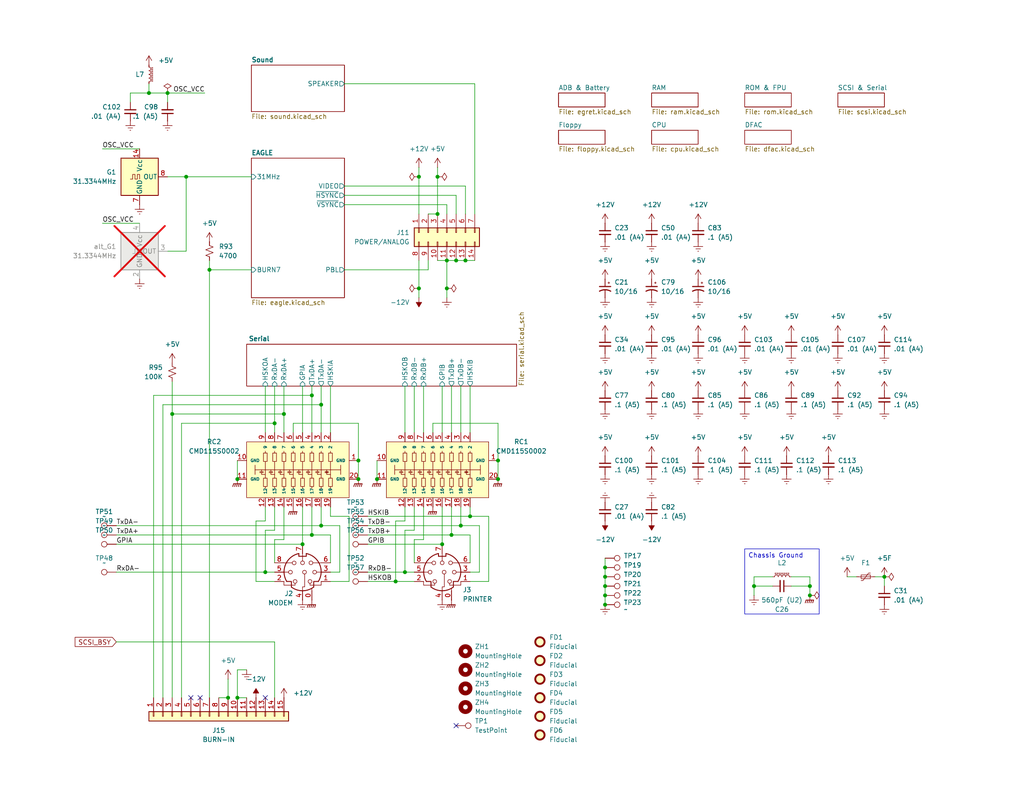
<source format=kicad_sch>
(kicad_sch (version 20250114) (generator "eeschema") (generator_version "9.0")
  (paper "USLetter")
  (title_block (title "Macintosh Classic II") (date "2025-05-25") (company "Apple Computer") (comment 1 "drawn by Bradley Bell"))
  (text_box "Chassis Ground" (at 203.2 149.86 0) (size 20.32 17.78) (margins 0.9525 0.9525 0.9525 0.9525) (effects (font (size 1.27 1.27)) (justify left top)))
  (junction (at 123.19 146.05))
  (junction (at 85.09 107.95))
  (junction (at 127 71.12))
  (junction (at 121.92 71.12))
  (junction (at 87.63 143.51))
  (junction (at 165.1 162.56))
  (junction (at 74.93 115.57))
  (junction (at 124.46 71.12))
  (junction (at 102.87 130.81))
  (junction (at 45.72 25.4))
  (junction (at 64.77 190.5))
  (junction (at 119.38 48.26))
  (junction (at 77.47 113.03))
  (junction (at 205.74 160.02))
  (junction (at 128.27 140.97))
  (junction (at 85.09 146.05))
  (junction (at 135.89 125.73))
  (junction (at 97.79 125.73))
  (junction (at 107.95 158.75))
  (junction (at 82.55 148.59))
  (junction (at 241.3 157.48))
  (junction (at 46.99 113.03))
  (junction (at 72.39 156.21))
  (junction (at 87.63 110.49))
  (junction (at 110.49 156.21))
  (junction (at 220.98 162.56))
  (junction (at 62.23 190.5))
  (junction (at 114.3 78.74))
  (junction (at 165.1 160.02))
  (junction (at 50.8 48.26))
  (junction (at 165.1 157.48))
  (junction (at 121.92 78.74))
  (junction (at 135.89 130.81))
  (junction (at 64.77 130.81))
  (junction (at 165.1 154.94))
  (junction (at 220.98 160.02))
  (junction (at 119.38 58.42))
  (junction (at 114.3 48.26))
  (junction (at 40.64 25.4))
  (junction (at 165.1 165.1))
  (junction (at 97.79 130.81))
  (junction (at 57.15 73.66))
  (junction (at 120.65 148.59))
  (junction (at 125.73 143.51))
  (no_connect (at 124.46 198.12))
  (no_connect (at 52.07 190.5))
  (no_connect (at 54.61 190.5))
  (no_connect (at 72.39 190.5))
  (wire (pts (xy 125.73 143.51) (xy 125.73 138.43)))
  (wire (pts (xy 90.17 146.05) (xy 85.09 146.05)))
  (wire (pts (xy 113.03 144.78) (xy 113.03 138.43)))
  (wire (pts (xy 64.77 182.88) (xy 64.77 190.5)))
  (wire (pts (xy 50.8 48.26) (xy 68.58 48.26)))
  (wire (pts (xy 121.92 55.88) (xy 121.92 58.42)))
  (wire (pts (xy 115.57 105.41) (xy 115.57 118.11)))
  (wire (pts (xy 72.39 142.24) (xy 72.39 138.43)))
  (wire (pts (xy 110.49 144.78) (xy 110.49 156.21)))
  (wire (pts (xy 41.91 107.95) (xy 41.91 190.5)))
  (wire (pts (xy 64.77 125.73) (xy 64.77 130.81)))
  (wire (pts (xy 95.25 158.75) (xy 95.25 140.97)))
  (wire (pts (xy 114.3 48.26) (xy 114.3 58.42)))
  (wire (pts (xy 27.94 40.64) (xy 38.1 40.64)))
  (wire (pts (xy 123.19 146.05) (xy 123.19 138.43)))
  (wire (pts (xy 113.03 147.32) (xy 115.57 147.32)))
  (wire (pts (xy 128.27 158.75) (xy 133.35 158.75)))
  (wire (pts (xy 114.3 45.72) (xy 114.3 48.26)))
  (wire (pts (xy 107.95 158.75) (xy 113.03 158.75)))
  (wire (pts (xy 100.33 156.21) (xy 110.49 156.21)))
  (wire (pts (xy 124.46 71.12) (xy 127 71.12)))
  (wire (pts (xy 74.93 175.26) (xy 74.93 190.5)))
  (wire (pts (xy 128.27 105.41) (xy 128.27 118.11)))
  (wire (pts (xy 135.89 115.57) (xy 135.89 125.73)))
  (wire (pts (xy 57.15 71.12) (xy 57.15 73.66)))
  (wire (pts (xy 107.95 142.24) (xy 110.49 142.24)))
  (wire (pts (xy 128.27 153.67) (xy 128.27 146.05)))
  (wire (pts (xy 238.76 157.48) (xy 241.3 157.48)))
  (wire (pts (xy 205.74 157.48) (xy 210.82 157.48)))
  (wire (pts (xy 116.84 73.66) (xy 116.84 71.12)))
  (wire (pts (xy 27.94 60.96) (xy 38.1 60.96)))
  (wire (pts (xy 120.65 105.41) (xy 120.65 118.11)))
  (wire (pts (xy 93.98 53.34) (xy 124.46 53.34)))
  (wire (pts (xy 57.15 73.66) (xy 57.15 190.5)))
  (wire (pts (xy 118.11 115.57) (xy 135.89 115.57)))
  (wire (pts (xy 165.1 160.02) (xy 165.1 157.48)))
  (wire (pts (xy 55.88 25.4) (xy 45.72 25.4)))
  (wire (pts (xy 118.11 118.11) (xy 118.11 115.57)))
  (wire (pts (xy 128.27 156.21) (xy 130.81 156.21)))
  (wire (pts (xy 124.46 53.34) (xy 124.46 58.42)))
  (wire (pts (xy 95.25 140.97) (xy 90.17 140.97)))
  (wire (pts (xy 128.27 146.05) (xy 123.19 146.05)))
  (wire (pts (xy 40.64 25.4) (xy 40.64 22.86)))
  (wire (pts (xy 115.57 147.32) (xy 115.57 138.43)))
  (wire (pts (xy 135.89 125.73) (xy 135.89 130.81)))
  (wire (pts (xy 45.72 48.26) (xy 50.8 48.26)))
  (wire (pts (xy 77.47 105.41) (xy 77.47 113.03)))
  (wire (pts (xy 45.72 68.58) (xy 50.8 68.58)))
  (wire (pts (xy 100.33 158.75) (xy 107.95 158.75)))
  (wire (pts (xy 220.98 160.02) (xy 220.98 162.56)))
  (wire (pts (xy 110.49 142.24) (xy 110.49 138.43)))
  (wire (pts (xy 31.75 143.51) (xy 87.63 143.51)))
  (wire (pts (xy 133.35 158.75) (xy 133.35 140.97)))
  (wire (pts (xy 119.38 48.26) (xy 119.38 58.42)))
  (wire (pts (xy 85.09 107.95) (xy 85.09 118.11)))
  (wire (pts (xy 49.53 115.57) (xy 74.93 115.57)))
  (wire (pts (xy 90.17 158.75) (xy 95.25 158.75)))
  (wire (pts (xy 72.39 156.21) (xy 74.93 156.21)))
  (wire (pts (xy 80.01 115.57) (xy 97.79 115.57)))
  (wire (pts (xy 46.99 104.14) (xy 46.99 113.03)))
  (wire (pts (xy 85.09 105.41) (xy 85.09 107.95)))
  (wire (pts (xy 69.85 142.24) (xy 69.85 158.75)))
  (wire (pts (xy 133.35 140.97) (xy 128.27 140.97)))
  (wire (pts (xy 87.63 105.41) (xy 87.63 110.49)))
  (wire (pts (xy 62.23 185.42) (xy 62.23 190.5)))
  (wire (pts (xy 93.98 73.66) (xy 116.84 73.66)))
  (wire (pts (xy 205.74 157.48) (xy 205.74 160.02)))
  (wire (pts (xy 77.47 147.32) (xy 77.47 138.43)))
  (wire (pts (xy 87.63 110.49) (xy 87.63 118.11)))
  (wire (pts (xy 72.39 144.78) (xy 72.39 156.21)))
  (wire (pts (xy 241.3 160.02) (xy 241.3 157.48)))
  (wire (pts (xy 93.98 50.8) (xy 127 50.8)))
  (wire (pts (xy 46.99 113.03) (xy 46.99 190.5)))
  (wire (pts (xy 100.33 140.97) (xy 128.27 140.97)))
  (wire (pts (xy 165.1 162.56) (xy 165.1 160.02)))
  (wire (pts (xy 97.79 125.73) (xy 97.79 130.81)))
  (wire (pts (xy 121.92 71.12) (xy 124.46 71.12)))
  (wire (pts (xy 165.1 154.94) (xy 165.1 152.4)))
  (wire (pts (xy 72.39 144.78) (xy 74.93 144.78)))
  (wire (pts (xy 205.74 160.02) (xy 210.82 160.02)))
  (wire (pts (xy 35.56 25.4) (xy 40.64 25.4)))
  (wire (pts (xy 46.99 113.03) (xy 77.47 113.03)))
  (wire (pts (xy 205.74 160.02) (xy 205.74 162.56)))
  (wire (pts (xy 90.17 153.67) (xy 90.17 146.05)))
  (wire (pts (xy 113.03 153.67) (xy 113.03 147.32)))
  (wire (pts (xy 77.47 113.03) (xy 77.47 118.11)))
  (wire (pts (xy 93.98 55.88) (xy 121.92 55.88)))
  (wire (pts (xy 121.92 71.12) (xy 119.38 71.12)))
  (wire (pts (xy 62.23 190.5) (xy 59.69 190.5)))
  (wire (pts (xy 119.38 45.72) (xy 119.38 48.26)))
  (wire (pts (xy 231.14 157.48) (xy 233.68 157.48)))
  (wire (pts (xy 121.92 71.12) (xy 121.92 78.74)))
  (wire (pts (xy 44.45 110.49) (xy 44.45 190.5)))
  (wire (pts (xy 220.98 157.48) (xy 220.98 160.02)))
  (wire (pts (xy 114.3 81.28) (xy 114.3 78.74)))
  (wire (pts (xy 165.1 157.48) (xy 165.1 154.94)))
  (wire (pts (xy 113.03 105.41) (xy 113.03 118.11)))
  (wire (pts (xy 72.39 105.41) (xy 72.39 118.11)))
  (wire (pts (xy 74.93 115.57) (xy 74.93 118.11)))
  (wire (pts (xy 93.98 22.86) (xy 129.54 22.86)))
  (wire (pts (xy 50.8 68.58) (xy 50.8 48.26)))
  (wire (pts (xy 35.56 25.4) (xy 35.56 27.94)))
  (wire (pts (xy 49.53 115.57) (xy 49.53 190.5)))
  (wire (pts (xy 67.31 182.88) (xy 64.77 182.88)))
  (wire (pts (xy 129.54 22.86) (xy 129.54 58.42)))
  (wire (pts (xy 69.85 158.75) (xy 74.93 158.75)))
  (wire (pts (xy 64.77 190.5) (xy 67.31 190.5)))
  (wire (pts (xy 74.93 147.32) (xy 77.47 147.32)))
  (wire (pts (xy 90.17 156.21) (xy 92.71 156.21)))
  (wire (pts (xy 74.93 105.41) (xy 74.93 115.57)))
  (wire (pts (xy 90.17 140.97) (xy 90.17 138.43)))
  (wire (pts (xy 110.49 144.78) (xy 113.03 144.78)))
  (wire (pts (xy 97.79 115.57) (xy 97.79 125.73)))
  (wire (pts (xy 110.49 105.41) (xy 110.49 118.11)))
  (wire (pts (xy 68.58 73.66) (xy 57.15 73.66)))
  (wire (pts (xy 220.98 160.02) (xy 215.9 160.02)))
  (wire (pts (xy 102.87 125.73) (xy 102.87 130.81)))
  (wire (pts (xy 85.09 146.05) (xy 85.09 138.43)))
  (wire (pts (xy 120.65 148.59) (xy 120.65 138.43)))
  (wire (pts (xy 114.3 78.74) (xy 114.3 71.12)))
  (wire (pts (xy 74.93 144.78) (xy 74.93 138.43)))
  (wire (pts (xy 82.55 105.41) (xy 82.55 118.11)))
  (wire (pts (xy 123.19 105.41) (xy 123.19 118.11)))
  (wire (pts (xy 127 50.8) (xy 127 58.42)))
  (wire (pts (xy 119.38 58.42) (xy 116.84 58.42)))
  (wire (pts (xy 220.98 157.48) (xy 215.9 157.48)))
  (wire (pts (xy 130.81 156.21) (xy 130.81 143.51)))
  (wire (pts (xy 107.95 142.24) (xy 107.95 158.75)))
  (wire (pts (xy 128.27 140.97) (xy 128.27 138.43)))
  (wire (pts (xy 80.01 118.11) (xy 80.01 115.57)))
  (wire (pts (xy 100.33 146.05) (xy 123.19 146.05)))
  (wire (pts (xy 31.75 175.26) (xy 74.93 175.26)))
  (wire (pts (xy 74.93 153.67) (xy 74.93 147.32)))
  (wire (pts (xy 44.45 110.49) (xy 87.63 110.49)))
  (wire (pts (xy 45.72 27.94) (xy 45.72 25.4)))
  (wire (pts (xy 82.55 148.59) (xy 82.55 138.43)))
  (wire (pts (xy 31.75 148.59) (xy 82.55 148.59)))
  (wire (pts (xy 165.1 165.1) (xy 165.1 162.56)))
  (wire (pts (xy 110.49 156.21) (xy 113.03 156.21)))
  (wire (pts (xy 125.73 105.41) (xy 125.73 118.11)))
  (wire (pts (xy 90.17 105.41) (xy 90.17 118.11)))
  (wire (pts (xy 127 71.12) (xy 129.54 71.12)))
  (wire (pts (xy 69.85 142.24) (xy 72.39 142.24)))
  (wire (pts (xy 31.75 156.21) (xy 72.39 156.21)))
  (wire (pts (xy 31.75 146.05) (xy 85.09 146.05)))
  (wire (pts (xy 40.64 25.4) (xy 45.72 25.4)))
  (wire (pts (xy 92.71 156.21) (xy 92.71 143.51)))
  (wire (pts (xy 121.92 78.74) (xy 121.92 81.28)))
  (wire (pts (xy 41.91 107.95) (xy 85.09 107.95)))
  (wire (pts (xy 100.33 143.51) (xy 125.73 143.51)))
  (wire (pts (xy 87.63 143.51) (xy 87.63 138.43)))
  (wire (pts (xy 130.81 143.51) (xy 125.73 143.51)))
  (wire (pts (xy 100.33 148.59) (xy 120.65 148.59)))
  (wire (pts (xy 92.71 143.51) (xy 87.63 143.51)))
  (label "TxDA-" (at 31.75 143.51 0))
  (label "RxDB-" (at 100.33 156.21 0))
  (label "OSC_VCC" (at 27.94 40.64 0))
  (label "GPIB" (at 100.33 148.59 0))
  (label "TxDB-" (at 100.33 143.51 0))
  (label "HSKIB" (at 100.33 140.97 0))
  (label "OSC_VCC" (at 55.88 25.4 180))
  (label "HSKOB" (at 100.33 158.75 0))
  (label "TxDB+" (at 100.33 146.05 0))
  (label "OSC_VCC" (at 27.94 60.96 0))
  (label "TxDA+" (at 31.75 146.05 0))
  (label "RxDA-" (at 31.75 156.21 0))
  (label "GPIA" (at 31.75 148.59 0))
  (global_label "SCSI_BSY" (shape input) (at 31.75 175.26 180) (property "Intersheetrefs" "${INTERSHEET_REFS}" (at 19.9353 175.26 0) (effects (justify right))))
  (symbol (lib_id "power:GNDREF") (at 38.1 55.88 0) (unit 1)
    (property "Reference" "#PWR073" (effects (hide yes)))
    (property "Value" "GND" (effects (hide yes)))
    (property "Description" "Power symbol creates a global label with name \"GNDREF\" , reference supply ground" (effects (hide yes)))
  )
  (symbol (lib_id "Connector:TestPoint") (at 31.75 143.51 90) (unit 1)
    (property "Reference" "TP51" (at 28.448 139.7 90))
    (property "Value" "~" (at 28.448 140.97 90))
    (property "Footprint" "TestPoint:TestPoint_THTPad_D1.0mm_Drill0.5mm" (effects (hide yes)))
    (property "Description" "test point" (effects (hide yes)))
  )
  (symbol (lib_id "Device:C_Small") (at 190.5 109.22 0) (unit 1)
    (property "Reference" "C85" (at 193.04 107.9562 0) (effects (justify left)))
    (property "Value" ".1 (A5)" (at 193.04 110.4962 0) (effects (justify left)))
    (property "Footprint" "MyPackage:SMD_0603_1608Metric_Pad1.52x1.02mm" (effects (hide yes)))
    (property "Description" "Unpolarized capacitor, small symbol" (effects (hide yes)))
  )
  (symbol (lib_id "power:GNDREF") (at 215.9 96.52 0) (unit 1)
    (property "Reference" "#PWR0279" (effects (hide yes)))
    (property "Value" "GND" (effects (hide yes)))
    (property "Description" "Power symbol creates a global label with name \"GNDREF\" , reference supply ground" (effects (hide yes)))
  )
  (symbol (lib_id "Connector:TestPoint") (at 100.33 158.75 90) (unit 1)
    (property "Reference" "TP57" (at 97.028 154.94 90))
    (property "Value" "~" (at 97.028 156.21 90))
    (property "Footprint" "TestPoint:TestPoint_THTPad_D1.0mm_Drill0.5mm" (effects (hide yes)))
    (property "Description" "test point" (effects (hide yes)))
  )
  (symbol (lib_id "power:GNDREF") (at 203.2 129.54 0) (unit 1)
    (property "Reference" "#PWR097" (effects (hide yes)))
    (property "Value" "GND" (effects (hide yes)))
    (property "Description" "Power symbol creates a global label with name \"GNDREF\" , reference supply ground" (effects (hide yes)))
  )
  (symbol (lib_id "Device:R_Small_US") (at 46.99 101.6 0) (unit 1)
    (property "Reference" "R95" (at 44.45 100.3299 0) (effects (justify right)))
    (property "Value" "100K" (at 44.45 102.8699 0) (effects (justify right)))
    (property "Footprint" "MyPackage:SMD_0805_2012Metric_Pad1.25x1.65mm" (effects (hide yes)))
    (property "Description" "Resistor, small US symbol" (effects (hide yes)))
  )
  (symbol (lib_id "power:GNDREF") (at 241.3 165.1 0) (unit 1)
    (property "Reference" "#PWR0262" (effects (hide yes)))
    (property "Value" "GND" (effects (hide yes)))
    (property "Description" "Power symbol creates a global label with name \"GNDREF\" , reference supply ground" (effects (hide yes)))
  )
  (symbol (lib_id "power:GNDPWR") (at 85.09 163.83 0) (unit 1)
    (property "Reference" "#PWR0180" (effects (hide yes)))
    (property "Value" "GNDPWR" (effects (hide yes)))
    (property "Description" "Power symbol creates a global label with name \"GNDPWR\" , global ground" (effects (hide yes)))
  )
  (symbol (lib_id "power:GNDREF") (at 38.1 76.2 0) (unit 1)
    (property "Reference" "#PWR0128" (effects (hide yes)))
    (property "Value" "GND" (effects (hide yes)))
    (property "Description" "Power symbol creates a global label with name \"GNDREF\" , reference supply ground" (effects (hide yes)))
  )
  (symbol (lib_id "Connector:TestPoint") (at 165.1 165.1 270) (unit 1)
    (property "Reference" "TP23" (at 170.18 164.4649 90) (effects (justify left)))
    (property "Value" "~" (at 170.18 166.37 90) (effects (justify left)))
    (property "Footprint" "TestPoint:TestPoint_THTPad_D1.0mm_Drill0.5mm" (effects (hide yes)))
    (property "Description" "test point" (effects (hide yes)))
  )
  (symbol (lib_id "Device:C_Small") (at 177.8 109.22 0) (unit 1)
    (property "Reference" "C80" (at 180.34 107.9562 0) (effects (justify left)))
    (property "Value" ".1 (A5)" (at 180.34 110.4962 0) (effects (justify left)))
    (property "Footprint" "MyPackage:SMD_0603_1608Metric_Pad1.52x1.02mm" (effects (hide yes)))
    (property "Description" "Unpolarized capacitor, small symbol" (effects (hide yes)))
  )
  (symbol (lib_id "Connector:TestPoint") (at 165.1 162.56 270) (unit 1)
    (property "Reference" "TP22" (at 170.18 161.9249 90) (effects (justify left)))
    (property "Value" "~" (at 170.18 163.83 90) (effects (justify left)))
    (property "Footprint" "TestPoint:TestPoint_THTPad_D1.0mm_Drill0.5mm" (effects (hide yes)))
    (property "Description" "test point" (effects (hide yes)))
  )
  (symbol (lib_id "Device:C_Small") (at 228.6 109.22 0) (unit 1)
    (property "Reference" "C92" (at 231.14 107.9562 0) (effects (justify left)))
    (property "Value" ".1 (A5)" (at 231.14 110.4962 0) (effects (justify left)))
    (property "Footprint" "MyPackage:SMD_0603_1608Metric_Pad1.52x1.02mm" (effects (hide yes)))
    (property "Description" "Unpolarized capacitor, small symbol" (effects (hide yes)))
  )
  (symbol (lib_id "power:PWR_FLAG") (at 114.3 78.74 90) (unit 1)
    (property "Reference" "#FLG03" (effects (hide yes)))
    (property "Value" "PWR_FLAG" (effects (hide yes)))
    (property "Description" "Special symbol for telling ERC where power comes from" (effects (hide yes)))
  )
  (symbol (lib_id "power:GNDREF") (at 165.1 81.28 0) (unit 1)
    (property "Reference" "#PWR0286" (effects (hide yes)))
    (property "Value" "GND" (effects (hide yes)))
    (property "Description" "Power symbol creates a global label with name \"GNDREF\" , reference supply ground" (effects (hide yes)))
  )
  (symbol (lib_id "power:GNDREF") (at 203.2 96.52 0) (unit 1)
    (property "Reference" "#PWR0275" (effects (hide yes)))
    (property "Value" "GND" (effects (hide yes)))
    (property "Description" "Power symbol creates a global label with name \"GNDREF\" , reference supply ground" (effects (hide yes)))
  )
  (symbol (lib_id "power:+5V") (at 190.5 106.68 0) (unit 1)
    (property "Reference" "#PWR0256" (effects (hide yes)))
    (property "Value" "+5V" (at 190.5 101.6 0))
    (property "Description" "Power symbol creates a global label with name \"+5V\"" (effects (hide yes)))
  )
  (symbol (lib_id "power:GNDREF") (at 165.1 137.16 0) (mirror x) (unit 1)
    (property "Reference" "#PWR089" (effects (hide yes)))
    (property "Value" "GND" (effects (hide yes)))
    (property "Description" "Power symbol creates a global label with name \"GNDREF\" , reference supply ground" (effects (hide yes)))
  )
  (symbol (lib_id "Connector:TestPoint") (at 100.33 156.21 90) (unit 1)
    (property "Reference" "TP52" (at 97.028 152.4 90))
    (property "Value" "~" (at 97.028 153.67 90))
    (property "Footprint" "TestPoint:TestPoint_THTPad_D1.0mm_Drill0.5mm" (effects (hide yes)))
    (property "Description" "test point" (effects (hide yes)))
  )
  (symbol (lib_id "power:GNDREF") (at 214.63 129.54 0) (unit 1)
    (property "Reference" "#PWR0110" (effects (hide yes)))
    (property "Value" "GND" (effects (hide yes)))
    (property "Description" "Power symbol creates a global label with name \"GNDREF\" , reference supply ground" (effects (hide yes)))
  )
  (symbol (lib_id "power:+5V") (at 228.6 91.44 0) (unit 1)
    (property "Reference" "#PWR0280" (effects (hide yes)))
    (property "Value" "+5V" (at 228.6 86.36 0))
    (property "Description" "Power symbol creates a global label with name \"+5V\"" (effects (hide yes)))
  )
  (symbol (lib_id "power:+5V") (at 226.06 124.46 0) (unit 1)
    (property "Reference" "#PWR0273" (effects (hide yes)))
    (property "Value" "+5V" (at 226.06 119.38 0))
    (property "Description" "Power symbol creates a global label with name \"+5V\"" (effects (hide yes)))
  )
  (symbol (lib_id "power:GNDREF") (at 165.1 165.1 0) (unit 1)
    (property "Reference" "#PWR0302" (effects (hide yes)))
    (property "Value" "GND" (effects (hide yes)))
    (property "Description" "Power symbol creates a global label with name \"GNDREF\" , reference supply ground" (effects (hide yes)))
  )
  (symbol (lib_id "Device:C_Small") (at 165.1 109.22 0) (unit 1)
    (property "Reference" "C77" (at 167.64 107.9562 0) (effects (justify left)))
    (property "Value" ".1 (A5)" (at 167.64 110.4962 0) (effects (justify left)))
    (property "Footprint" "MyPackage:SMD_0603_1608Metric_Pad1.52x1.02mm" (effects (hide yes)))
    (property "Description" "Unpolarized capacitor, small symbol" (effects (hide yes)))
  )
  (symbol (lib_id "power:+5V") (at 177.8 91.44 0) (unit 1)
    (property "Reference" "#PWR0295" (effects (hide yes)))
    (property "Value" "+5V" (at 177.8 86.36 0))
    (property "Description" "Power symbol creates a global label with name \"+5V\"" (effects (hide yes)))
  )
  (symbol (lib_id "Connector:TestPoint") (at 100.33 146.05 90) (unit 1)
    (property "Reference" "TP54" (at 97.028 142.24 90))
    (property "Value" "~" (at 97.028 143.51 90))
    (property "Footprint" "TestPoint:TestPoint_THTPad_D1.0mm_Drill0.5mm" (effects (hide yes)))
    (property "Description" "test point" (effects (hide yes)))
  )
  (symbol (lib_id "Mechanical:Fiducial") (at 147.32 190.5 0) (unit 1) (exclude_from_sim yes) (in_bom no)
    (property "Reference" "FD4" (at 149.86 189.2299 0) (effects (justify left)))
    (property "Value" "Fiducial" (at 149.86 191.7699 0) (effects (justify left)))
    (property "Footprint" "Fiducial:Fiducial_1mm_Mask3mm" (effects (hide yes)))
    (property "Description" "Fiducial Marker" (effects (hide yes)))
  )
  (symbol (lib_id "power:+5V") (at 165.1 76.2 0) (unit 1)
    (property "Reference" "#PWR0285" (effects (hide yes)))
    (property "Value" "+5V" (at 165.1 71.12 0))
    (property "Description" "Power symbol creates a global label with name \"+5V\"" (effects (hide yes)))
  )
  (symbol (lib_id "Connector:TestPoint") (at 31.75 146.05 90) (unit 1)
    (property "Reference" "TP49" (at 28.448 142.24 90))
    (property "Value" "~" (at 28.448 143.51 90))
    (property "Footprint" "TestPoint:TestPoint_THTPad_D1.0mm_Drill0.5mm" (effects (hide yes)))
    (property "Description" "test point" (effects (hide yes)))
  )
  (symbol (lib_id "power:GNDREF") (at 190.5 111.76 0) (unit 1)
    (property "Reference" "#PWR0268" (effects (hide yes)))
    (property "Value" "GND" (effects (hide yes)))
    (property "Description" "Power symbol creates a global label with name \"GNDREF\" , reference supply ground" (effects (hide yes)))
  )
  (symbol (lib_id "Connector:TestPoint") (at 165.1 157.48 270) (unit 1)
    (property "Reference" "TP20" (at 170.18 156.8449 90) (effects (justify left)))
    (property "Value" "~" (at 170.18 158.75 90) (effects (justify left)))
    (property "Footprint" "TestPoint:TestPoint_THTPad_D1.0mm_Drill0.5mm" (effects (hide yes)))
    (property "Description" "test point" (effects (hide yes)))
  )
  (symbol (lib_id "Mechanical:Fiducial") (at 147.32 200.66 0) (unit 1) (exclude_from_sim yes) (in_bom no)
    (property "Reference" "FD6" (at 149.86 199.3899 0) (effects (justify left)))
    (property "Value" "Fiducial" (at 149.86 201.9299 0) (effects (justify left)))
    (property "Footprint" "Fiducial:Fiducial_1mm_Mask3mm" (effects (hide yes)))
    (property "Description" "Fiducial Marker" (effects (hide yes)))
  )
  (symbol (lib_id "Mechanical:MountingHole") (at 127 177.8 0) (unit 1) (exclude_from_sim yes) (in_bom no)
    (property "Reference" "ZH1" (at 129.54 176.5299 0) (effects (justify left)))
    (property "Value" "MountingHole" (at 129.54 179.0699 0) (effects (justify left)))
    (property "Footprint" "MountingHole:MountingHole_3.2mm_M3_ISO14580" (effects (hide yes)))
    (property "Description" "Mounting Hole without connection" (effects (hide yes)))
  )
  (symbol (lib_id "Connector:TestPoint") (at 124.46 198.12 270) (unit 1)
    (property "Reference" "TP1" (at 129.54 196.8499 90) (effects (justify left)))
    (property "Value" "TestPoint" (at 129.54 199.3899 90) (effects (justify left)))
    (property "Footprint" "TestPoint:TestPoint_Pad_1.5x1.5mm" (effects (hide yes)))
    (property "Description" "test point" (effects (hide yes)))
  )
  (symbol (lib_id "power:PWR_FLAG") (at 241.3 157.48 270) (unit 1)
    (property "Reference" "#FLG010" (effects (hide yes)))
    (property "Value" "PWR_FLAG" (effects (hide yes)))
    (property "Description" "Special symbol for telling ERC where power comes from" (effects (hide yes)))
  )
  (symbol (lib_id "power:+12V") (at 114.3 45.72 0) (mirror y) (unit 1)
    (property "Reference" "#PWR090" (effects (hide yes)))
    (property "Value" "+12V" (at 114.3 40.64 0))
    (property "Description" "Power symbol creates a global label with name \"+12V\"" (effects (hide yes)))
  )
  (symbol (lib_id "Device:L_Ferrite_Small") (at 213.36 157.48 90) (unit 1)
    (property "Reference" "L2" (at 213.36 153.67 90))
    (property "Value" "L_Ferrite_Small" (effects (hide yes)))
    (property "Footprint" "MyPackage:L_2010_5025Metric_Pad2.0x2.2mm_HandSolder" (effects (hide yes)))
    (property "Description" "Inductor with ferrite core, small symbol" (effects (hide yes)))
  )
  (symbol (lib_id "power:+5V") (at 190.5 91.44 0) (unit 1)
    (property "Reference" "#PWR0291" (effects (hide yes)))
    (property "Value" "+5V" (at 190.5 86.36 0))
    (property "Description" "Power symbol creates a global label with name \"+5V\"" (effects (hide yes)))
  )
  (symbol (lib_id "Device:C_Small") (at 214.63 127 0) (mirror y) (unit 1)
    (property "Reference" "C112" (at 217.17 125.7362 0) (effects (justify right)))
    (property "Value" ".1 (A5)" (at 217.17 128.2762 0) (effects (justify right)))
    (property "Footprint" "MyPackage:SMD_0805_2012Metric_Pad1.25x1.65mm" (effects (hide yes)))
    (property "Description" "Unpolarized capacitor, small symbol" (effects (hide yes)))
  )
  (symbol (lib_id "power:GNDPWR") (at 135.89 130.81 0) (unit 1)
    (property "Reference" "#PWR0250" (effects (hide yes)))
    (property "Value" "GNDPWR" (effects (hide yes)))
    (property "Description" "Power symbol creates a global label with name \"GNDPWR\" , global ground" (effects (hide yes)))
  )
  (symbol (lib_id "power:GNDREF") (at 177.8 96.52 0) (unit 1)
    (property "Reference" "#PWR0296" (effects (hide yes)))
    (property "Value" "GND" (effects (hide yes)))
    (property "Description" "Power symbol creates a global label with name \"GNDREF\" , reference supply ground" (effects (hide yes)))
  )
  (symbol (lib_id "Connector_Generic:Conn_02x07_Top_Bottom") (at 121.92 63.5 90) (mirror x) (unit 1)
    (property "Reference" "J11" (at 111.76 63.4999 90) (effects (justify left)))
    (property "Value" "POWER/ANALOG" (at 111.76 66.0399 90) (effects (justify left)))
    (property "Footprint" "Connector_Mine:Molex_Mini-Fit_Jr_5566-14A_2x07_P4.20mm_Vertical_RoundPads" (effects (hide yes)))
    (property "Description" "Generic connector, double row, 02x07, top/bottom pin numbering scheme (row 1: 1...pins_per_row, row2: pins_per_row+1 ... num_pins), script generated (kicad-library-utils/schlib/autogen/connector/)" (effects (hide yes)))
  )
  (symbol (lib_id "Device:C_Small") (at 177.8 93.98 0) (unit 1)
    (property "Reference" "C95" (at 180.34 92.7162 0) (effects (justify left)))
    (property "Value" ".01 (A4)" (at 180.34 95.2562 0) (effects (justify left)))
    (property "Footprint" "MyPackage:SMD_0603_1608Metric_Pad1.52x1.02mm" (effects (hide yes)))
    (property "Description" "Unpolarized capacitor, small symbol" (effects (hide yes)))
  )
  (symbol (lib_id "power:+5V") (at 165.1 106.68 0) (unit 1)
    (property "Reference" "#PWR0293" (effects (hide yes)))
    (property "Value" "+5V" (at 165.1 101.6 0))
    (property "Description" "Power symbol creates a global label with name \"+5V\"" (effects (hide yes)))
  )
  (symbol (lib_id "Mechanical:MountingHole") (at 127 187.96 0) (unit 1) (exclude_from_sim yes) (in_bom no)
    (property "Reference" "ZH3" (at 129.54 186.6899 0) (effects (justify left)))
    (property "Value" "MountingHole" (at 129.54 189.2299 0) (effects (justify left)))
    (property "Footprint" "MountingHole:MountingHole_3.2mm_M3_ISO14580" (effects (hide yes)))
    (property "Description" "Mounting Hole without connection" (effects (hide yes)))
  )
  (symbol (lib_id "Connector:TestPoint") (at 100.33 140.97 90) (unit 1)
    (property "Reference" "TP53" (at 97.028 137.16 90))
    (property "Value" "~" (at 97.028 138.43 90))
    (property "Footprint" "TestPoint:TestPoint_THTPad_D1.0mm_Drill0.5mm" (effects (hide yes)))
    (property "Description" "test point" (effects (hide yes)))
  )
  (symbol (lib_id "power:+5F") (at 241.3 157.48 0) (unit 1)
    (property "Reference" "#PWR043" (effects (hide yes)))
    (property "Value" "+5F" (at 241.3 152.4 0))
    (property "Description" "Power symbol creates a global label with name \"+5F\"" (effects (hide yes)))
  )
  (symbol (lib_id "power:+5V") (at 241.3 106.68 0) (unit 1)
    (property "Reference" "#PWR0234" (effects (hide yes)))
    (property "Value" "+5V" (at 241.3 101.6 0))
    (property "Description" "Power symbol creates a global label with name \"+5V\"" (effects (hide yes)))
  )
  (symbol (lib_id "MyConnector:Mini-DIN-8_MountingHole") (at 82.55 156.21 0) (unit 1)
    (property "Reference" "J2" (at 80.01 162.052 0) (effects (justify right)))
    (property "Value" "MODEM" (at 80.01 164.592 0) (effects (justify right)))
    (property "Footprint" "Connector_Imports:TE_5749268-1_MINI_DIN_8_RA_Shield" (effects (hide yes)))
    (property "Datasheet" "http://service.powerdynamics.com/ec/Catalog17/Section%2011.pdf" (effects (hide yes)))
    (property "Description" "8-pin Mini-DIN connector" (effects (hide yes)))
  )
  (symbol (lib_id "power:GNDREF") (at 177.8 111.76 0) (unit 1)
    (property "Reference" "#PWR0288" (effects (hide yes)))
    (property "Value" "GND" (effects (hide yes)))
    (property "Description" "Power symbol creates a global label with name \"GNDREF\" , reference supply ground" (effects (hide yes)))
  )
  (symbol (lib_id "Device:C_Small") (at 213.36 160.02 270) (mirror x) (unit 1)
    (property "Reference" "C26" (at 213.3536 166.37 90))
    (property "Value" "560pF (U2)" (at 213.3536 163.83 90))
    (property "Footprint" "MyPackage:SMD_0603_1608Metric_Pad1.52x1.02mm" (effects (hide yes)))
    (property "Description" "Unpolarized capacitor, small symbol" (effects (hide yes)))
  )
  (symbol (lib_id "power:GNDREF") (at 190.5 81.28 0) (unit 1)
    (property "Reference" "#PWR0283" (effects (hide yes)))
    (property "Value" "GND" (effects (hide yes)))
    (property "Description" "Power symbol creates a global label with name \"GNDREF\" , reference supply ground" (effects (hide yes)))
  )
  (symbol (lib_id "Device:C_Small") (at 226.06 127 0) (mirror y) (unit 1)
    (property "Reference" "C113" (at 228.6 125.7362 0) (effects (justify right)))
    (property "Value" ".1 (A5)" (at 228.6 128.2762 0) (effects (justify right)))
    (property "Footprint" "MyPackage:SMD_0603_1608Metric_Pad1.52x1.02mm" (effects (hide yes)))
    (property "Description" "Unpolarized capacitor, small symbol" (effects (hide yes)))
  )
  (symbol (lib_id "Device:C_Small") (at 215.9 109.22 0) (unit 1)
    (property "Reference" "C89" (at 218.44 107.9562 0) (effects (justify left)))
    (property "Value" ".1 (A5)" (at 218.44 110.4962 0) (effects (justify left)))
    (property "Footprint" "MyPackage:SMD_0603_1608Metric_Pad1.52x1.02mm" (effects (hide yes)))
    (property "Description" "Unpolarized capacitor, small symbol" (effects (hide yes)))
  )
  (symbol (lib_id "power:+5V") (at 165.1 124.46 0) (mirror y) (unit 1)
    (property "Reference" "#PWR0264" (effects (hide yes)))
    (property "Value" "+5V" (at 165.1 119.38 0))
    (property "Description" "Power symbol creates a global label with name \"+5V\"" (effects (hide yes)))
  )
  (symbol (lib_id "Mechanical:Fiducial") (at 147.32 180.34 0) (unit 1) (exclude_from_sim yes) (in_bom no)
    (property "Reference" "FD2" (at 149.86 179.0699 0) (effects (justify left)))
    (property "Value" "Fiducial" (at 149.86 181.6099 0) (effects (justify left)))
    (property "Footprint" "Fiducial:Fiducial_1mm_Mask3mm" (effects (hide yes)))
    (property "Description" "Fiducial Marker" (effects (hide yes)))
  )
  (symbol (lib_id "AppleASIC:RC_Network") (at 120.65 128.27 180) (unit 1)
    (property "Reference" "RC1" (at 142.24 120.6165 0))
    (property "Value" "CMD115S0002" (at 142.24 123.1565 0))
    (property "Footprint" "MyPackage:SOIC-20W_7.5x12.8mm_P1.27mm_RC" (effects (hide yes)))
    (property "Description" "Generic connector, double row, 02x10, counter clockwise pin numbering scheme (similar to DIP package numbering), script generated (kicad-library-utils/schlib/autogen/connector/)" (effects (hide yes)))
  )
  (symbol (lib_id "Device:C_Small") (at 190.5 93.98 0) (unit 1)
    (property "Reference" "C96" (at 193.04 92.7162 0) (effects (justify left)))
    (property "Value" ".01 (A4)" (at 193.04 95.2562 0) (effects (justify left)))
    (property "Footprint" "MyPackage:SMD_0603_1608Metric_Pad1.52x1.02mm" (effects (hide yes)))
    (property "Description" "Unpolarized capacitor, small symbol" (effects (hide yes)))
  )
  (symbol (lib_id "power:GNDREF") (at 121.92 81.28 0) (mirror y) (unit 1)
    (property "Reference" "#PWR096" (effects (hide yes)))
    (property "Value" "GND" (effects (hide yes)))
    (property "Description" "Power symbol creates a global label with name \"GNDREF\" , reference supply ground" (effects (hide yes)))
  )
  (symbol (lib_id "Device:C_Small") (at 190.5 127 0) (mirror y) (unit 1)
    (property "Reference" "C104" (at 193.04 125.7362 0) (effects (justify right)))
    (property "Value" ".1 (A5)" (at 193.04 128.2762 0) (effects (justify right)))
    (property "Footprint" "MyPackage:SMD_0603_1608Metric_Pad1.52x1.02mm" (effects (hide yes)))
    (property "Description" "Unpolarized capacitor, small symbol" (effects (hide yes)))
  )
  (symbol (lib_id "power:GNDREF") (at 203.2 111.76 0) (unit 1)
    (property "Reference" "#PWR0108" (effects (hide yes)))
    (property "Value" "GND" (effects (hide yes)))
    (property "Description" "Power symbol creates a global label with name \"GNDREF\" , reference supply ground" (effects (hide yes)))
  )
  (symbol (lib_id "power:+12V") (at 77.47 190.5 0) (mirror y) (unit 1)
    (property "Reference" "#PWR0237" (effects (hide yes)))
    (property "Value" "+12V" (at 80.01 189.2299 0) (effects (justify right)))
    (property "Description" "Power symbol creates a global label with name \"+12V\"" (effects (hide yes)))
  )
  (symbol (lib_id "power:+5V") (at 119.38 45.72 0) (mirror y) (unit 1)
    (property "Reference" "#PWR093" (effects (hide yes)))
    (property "Value" "+5V" (at 119.38 40.64 0))
    (property "Description" "Power symbol creates a global label with name \"+5V\"" (effects (hide yes)))
  )
  (symbol (lib_id "power:GNDPWR") (at 123.19 163.83 0) (unit 1)
    (property "Reference" "#PWR0181" (effects (hide yes)))
    (property "Value" "GNDPWR" (effects (hide yes)))
    (property "Description" "Power symbol creates a global label with name \"GNDPWR\" , global ground" (effects (hide yes)))
  )
  (symbol (lib_id "power:GNDPWR") (at 64.77 130.81 0) (unit 1)
    (property "Reference" "#PWR0246" (effects (hide yes)))
    (property "Value" "GNDPWR" (effects (hide yes)))
    (property "Description" "Power symbol creates a global label with name \"GNDPWR\" , global ground" (effects (hide yes)))
  )
  (symbol (lib_id "power:+5V") (at 241.3 91.44 0) (unit 1)
    (property "Reference" "#PWR0289" (effects (hide yes)))
    (property "Value" "+5V" (at 241.3 86.36 0))
    (property "Description" "Power symbol creates a global label with name \"+5V\"" (effects (hide yes)))
  )
  (symbol (lib_id "Device:C_Small") (at 177.8 139.7 180) (unit 1)
    (property "Reference" "C82" (at 180.34 138.4235 0) (effects (justify right)))
    (property "Value" ".1 (A5)" (at 180.34 140.9635 0) (effects (justify right)))
    (property "Footprint" "MyPackage:SMD_0603_1608Metric_Pad1.52x1.02mm" (effects (hide yes)))
    (property "Description" "Unpolarized capacitor, small symbol" (effects (hide yes)))
  )
  (symbol (lib_id "Device:C_Small") (at 165.1 63.5 0) (unit 1)
    (property "Reference" "C23" (at 167.64 62.2362 0) (effects (justify left)))
    (property "Value" ".01 (A4)" (at 167.64 64.7762 0) (effects (justify left)))
    (property "Footprint" "MyPackage:SMD_0603_1608Metric_Pad1.52x1.02mm" (effects (hide yes)))
    (property "Description" "Unpolarized capacitor, small symbol" (effects (hide yes)))
  )
  (symbol (lib_id "Mechanical:Fiducial") (at 147.32 185.42 0) (unit 1) (exclude_from_sim yes) (in_bom no)
    (property "Reference" "FD3" (at 149.86 184.1499 0) (effects (justify left)))
    (property "Value" "Fiducial" (at 149.86 186.6899 0) (effects (justify left)))
    (property "Footprint" "Fiducial:Fiducial_1mm_Mask3mm" (effects (hide yes)))
    (property "Description" "Fiducial Marker" (effects (hide yes)))
  )
  (symbol (lib_id "power:+5V") (at 228.6 106.68 0) (unit 1)
    (property "Reference" "#PWR087" (effects (hide yes)))
    (property "Value" "+5V" (at 228.6 101.6 0))
    (property "Description" "Power symbol creates a global label with name \"+5V\"" (effects (hide yes)))
  )
  (symbol (lib_id "Connector:TestPoint") (at 165.1 154.94 270) (unit 1)
    (property "Reference" "TP19" (at 170.18 154.3049 90) (effects (justify left)))
    (property "Value" "~" (at 170.18 156.21 90) (effects (justify left)))
    (property "Footprint" "TestPoint:TestPoint_THTPad_D1.0mm_Drill0.5mm" (effects (hide yes)))
    (property "Description" "test point" (effects (hide yes)))
  )
  (symbol (lib_id "power:+5V") (at 215.9 106.68 0) (unit 1)
    (property "Reference" "#PWR0277" (effects (hide yes)))
    (property "Value" "+5V" (at 215.9 101.6 0))
    (property "Description" "Power symbol creates a global label with name \"+5V\"" (effects (hide yes)))
  )
  (symbol (lib_id "power:GNDREF") (at 241.3 96.52 0) (unit 1)
    (property "Reference" "#PWR0290" (effects (hide yes)))
    (property "Value" "GND" (effects (hide yes)))
    (property "Description" "Power symbol creates a global label with name \"GNDREF\" , reference supply ground" (effects (hide yes)))
  )
  (symbol (lib_id "power:GNDREF") (at 228.6 111.76 0) (unit 1)
    (property "Reference" "#PWR0121" (effects (hide yes)))
    (property "Value" "GND" (effects (hide yes)))
    (property "Description" "Power symbol creates a global label with name \"GNDREF\" , reference supply ground" (effects (hide yes)))
  )
  (symbol (lib_id "power:GNDREF") (at 177.8 129.54 0) (unit 1)
    (property "Reference" "#PWR0267" (effects (hide yes)))
    (property "Value" "GND" (effects (hide yes)))
    (property "Description" "Power symbol creates a global label with name \"GNDREF\" , reference supply ground" (effects (hide yes)))
  )
  (symbol (lib_id "power:-12V") (at 165.1 142.24 180) (unit 1)
    (property "Reference" "#PWR0179" (effects (hide yes)))
    (property "Value" "-12V" (at 165.1 147.32 0))
    (property "Description" "Power symbol creates a global label with name \"-12V\"" (effects (hide yes)))
  )
  (symbol (lib_id "power:GNDREF") (at 177.8 137.16 0) (mirror x) (unit 1)
    (property "Reference" "#PWR059" (effects (hide yes)))
    (property "Value" "GND" (effects (hide yes)))
    (property "Description" "Power symbol creates a global label with name \"GNDREF\" , reference supply ground" (effects (hide yes)))
  )
  (symbol (lib_id "Device:C_Polarized_Small_US") (at 165.1 78.74 0) (mirror y) (unit 1)
    (property "Reference" "C21" (at 167.64 77.0381 0) (effects (justify right)))
    (property "Value" "10/16" (at 167.64 79.5781 0) (effects (justify right)))
    (property "Footprint" "MyPackage:CP_Elec_4x5.8" (effects (hide yes)))
    (property "Description" "Polarized capacitor, small US symbol" (effects (hide yes)))
  )
  (symbol (lib_id "Device:R_Small_US") (at 57.15 68.58 0) (unit 1)
    (property "Reference" "R93" (at 59.69 67.3099 0) (effects (justify left)))
    (property "Value" "4700" (at 59.69 69.8499 0) (effects (justify left)))
    (property "Footprint" "MyPackage:SMD_0805_2012Metric_Pad1.25x1.65mm" (effects (hide yes)))
    (property "Description" "Resistor, small US symbol" (effects (hide yes)))
  )
  (symbol (lib_id "Device:C_Small") (at 203.2 127 0) (mirror y) (unit 1)
    (property "Reference" "C111" (at 205.74 125.7362 0) (effects (justify right)))
    (property "Value" ".1 (A5)" (at 205.74 128.2762 0) (effects (justify right)))
    (property "Footprint" "MyPackage:SMD_0805_2012Metric_Pad1.25x1.65mm" (effects (hide yes)))
    (property "Description" "Unpolarized capacitor, small symbol" (effects (hide yes)))
  )
  (symbol (lib_id "Device:C_Small") (at 203.2 93.98 0) (mirror y) (unit 1)
    (property "Reference" "C103" (at 205.74 92.7162 0) (effects (justify right)))
    (property "Value" ".01 (A4)" (at 205.74 95.2562 0) (effects (justify right)))
    (property "Footprint" "MyPackage:SMD_0603_1608Metric_Pad1.52x1.02mm" (effects (hide yes)))
    (property "Description" "Unpolarized capacitor, small symbol" (effects (hide yes)))
  )
  (symbol (lib_id "Device:C_Small") (at 241.3 162.56 0) (unit 1)
    (property "Reference" "C31" (at 243.84 161.2962 0) (effects (justify left)))
    (property "Value" ".01 (A4)" (at 243.84 163.8362 0) (effects (justify left)))
    (property "Footprint" "MyPackage:SMD_0603_1608Metric_Pad1.52x1.02mm" (effects (hide yes)))
    (property "Description" "Unpolarized capacitor, small symbol" (effects (hide yes)))
  )
  (symbol (lib_id "power:PWR_FLAG") (at 220.98 162.56 270) (unit 1)
    (property "Reference" "#FLG013" (effects (hide yes)))
    (property "Value" "PWR_FLAG" (effects (hide yes)))
    (property "Description" "Special symbol for telling ERC where power comes from" (effects (hide yes)))
  )
  (symbol (lib_id "Mechanical:Fiducial") (at 147.32 175.26 0) (unit 1) (exclude_from_sim yes) (in_bom no)
    (property "Reference" "FD1" (at 149.86 173.9899 0) (effects (justify left)))
    (property "Value" "Fiducial" (at 149.86 176.5299 0) (effects (justify left)))
    (property "Footprint" "Fiducial:Fiducial_1mm_Mask3mm" (effects (hide yes)))
    (property "Description" "Fiducial Marker" (effects (hide yes)))
  )
  (symbol (lib_id "Device:C_Small") (at 177.8 127 0) (mirror y) (unit 1)
    (property "Reference" "C101" (at 180.34 125.7362 0) (effects (justify right)))
    (property "Value" ".1 (A5)" (at 180.34 128.2762 0) (effects (justify right)))
    (property "Footprint" "MyPackage:SMD_0603_1608Metric_Pad1.52x1.02mm" (effects (hide yes)))
    (property "Description" "Unpolarized capacitor, small symbol" (effects (hide yes)))
  )
  (symbol (lib_id "power:+5V") (at 62.23 185.42 0) (unit 1)
    (property "Reference" "#PWR0245" (effects (hide yes)))
    (property "Value" "+5V" (at 62.23 180.34 0))
    (property "Description" "Power symbol creates a global label with name \"+5V\"" (effects (hide yes)))
  )
  (symbol (lib_id "power:GNDREF") (at 177.8 81.28 0) (mirror y) (unit 1)
    (property "Reference" "#PWR0270" (effects (hide yes)))
    (property "Value" "GND" (effects (hide yes)))
    (property "Description" "Power symbol creates a global label with name \"GNDREF\" , reference supply ground" (effects (hide yes)))
  )
  (symbol (lib_id "power:PWR_FLAG") (at 119.38 48.26 270) (mirror x) (unit 1)
    (property "Reference" "#FLG04" (effects (hide yes)))
    (property "Value" "PWR_FLAG" (effects (hide yes)))
    (property "Description" "Special symbol for telling ERC where power comes from" (effects (hide yes)))
  )
  (symbol (lib_id "power:+5V") (at 177.8 76.2 0) (mirror y) (unit 1)
    (property "Reference" "#PWR0271" (effects (hide yes)))
    (property "Value" "+5V" (at 177.8 71.12 0))
    (property "Description" "Power symbol creates a global label with name \"+5V\"" (effects (hide yes)))
  )
  (symbol (lib_id "power:PWR_FLAG") (at 121.92 78.74 270) (unit 1)
    (property "Reference" "#FLG06" (effects (hide yes)))
    (property "Value" "PWR_FLAG" (effects (hide yes)))
    (property "Description" "Special symbol for telling ERC where power comes from" (effects (hide yes)))
  )
  (symbol (lib_id "Mechanical:Fiducial") (at 147.32 195.58 0) (unit 1) (exclude_from_sim yes) (in_bom no)
    (property "Reference" "FD5" (at 149.86 194.3099 0) (effects (justify left)))
    (property "Value" "Fiducial" (at 149.86 196.8499 0) (effects (justify left)))
    (property "Footprint" "Fiducial:Fiducial_1mm_Mask3mm" (effects (hide yes)))
    (property "Description" "Fiducial Marker" (effects (hide yes)))
  )
  (symbol (lib_id "power:GNDREF") (at 45.72 33.02 0) (unit 1)
    (property "Reference" "#PWR074" (effects (hide yes)))
    (property "Value" "GND" (effects (hide yes)))
    (property "Description" "Power symbol creates a global label with name \"GNDREF\" , reference supply ground" (effects (hide yes)))
  )
  (symbol (lib_id "power:GNDREF") (at 190.5 66.04 0) (mirror y) (unit 1)
    (property "Reference" "#PWR0301" (effects (hide yes)))
    (property "Value" "GND" (effects (hide yes)))
    (property "Description" "Power symbol creates a global label with name \"GNDREF\" , reference supply ground" (effects (hide yes)))
  )
  (symbol (lib_id "Connector_Generic:Conn_01x15") (at 59.69 195.58 90) (mirror x) (unit 1)
    (property "Reference" "J15" (at 59.69 199.39 90))
    (property "Value" "BURN-IN" (at 59.69 201.93 90))
    (property "Footprint" "Connector_Mine:Mac_Burn_In" (effects (hide yes)))
    (property "Description" "Generic connector, single row, 01x15, script generated (kicad-library-utils/schlib/autogen/connector/)" (effects (hide yes)))
  )
  (symbol (lib_id "Device:C_Small") (at 190.5 63.5 0) (mirror y) (unit 1)
    (property "Reference" "C83" (at 193.04 62.2362 0) (effects (justify right)))
    (property "Value" ".1 (A5)" (at 193.04 64.7762 0) (effects (justify right)))
    (property "Footprint" "MyPackage:SMD_0603_1608Metric_Pad1.52x1.02mm" (effects (hide yes)))
    (property "Description" "Unpolarized capacitor, small symbol" (effects (hide yes)))
  )
  (symbol (lib_id "power:+5V") (at 214.63 124.46 0) (unit 1)
    (property "Reference" "#PWR0214" (effects (hide yes)))
    (property "Value" "+5V" (at 214.63 119.38 0))
    (property "Description" "Power symbol creates a global label with name \"+5V\"" (effects (hide yes)))
  )
  (symbol (lib_id "power:+5V") (at 190.5 124.46 0) (unit 1)
    (property "Reference" "#PWR0183" (effects (hide yes)))
    (property "Value" "+5V" (at 190.5 119.38 0))
    (property "Description" "Power symbol creates a global label with name \"+5V\"" (effects (hide yes)))
  )
  (symbol (lib_id "power:-12V") (at 177.8 142.24 180) (unit 1)
    (property "Reference" "#PWR066" (effects (hide yes)))
    (property "Value" "-12V" (at 177.8 147.32 0))
    (property "Description" "Power symbol creates a global label with name \"-12V\"" (effects (hide yes)))
  )
  (symbol (lib_id "Device:C_Small") (at 241.3 93.98 0) (unit 1)
    (property "Reference" "C114" (at 243.84 92.7162 0) (effects (justify left)))
    (property "Value" ".01 (A4)" (at 243.84 95.2562 0) (effects (justify left)))
    (property "Footprint" "MyPackage:SMD_0603_1608Metric_Pad1.52x1.02mm" (effects (hide yes)))
    (property "Description" "Unpolarized capacitor, small symbol" (effects (hide yes)))
  )
  (symbol (lib_id "Connector:TestPoint") (at 100.33 143.51 90) (unit 1)
    (property "Reference" "TP55" (at 97.028 139.7 90))
    (property "Value" "~" (at 97.028 140.97 90))
    (property "Footprint" "TestPoint:TestPoint_THTPad_D1.0mm_Drill0.5mm" (effects (hide yes)))
    (property "Description" "test point" (effects (hide yes)))
  )
  (symbol (lib_id "Connector:TestPoint") (at 165.1 160.02 270) (unit 1)
    (property "Reference" "TP21" (at 170.18 159.3849 90) (effects (justify left)))
    (property "Value" "~" (at 170.18 161.29 90) (effects (justify left)))
    (property "Footprint" "TestPoint:TestPoint_THTPad_D1.0mm_Drill0.5mm" (effects (hide yes)))
    (property "Description" "test point" (effects (hide yes)))
  )
  (symbol (lib_id "power:GNDREF") (at 165.1 66.04 0) (unit 1)
    (property "Reference" "#PWR0242" (effects (hide yes)))
    (property "Value" "GND" (effects (hide yes)))
    (property "Description" "Power symbol creates a global label with name \"GNDREF\" , reference supply ground" (effects (hide yes)))
  )
  (symbol (lib_id "Device:C_Small") (at 241.3 109.22 0) (unit 1)
    (property "Reference" "C94" (at 243.84 107.9562 0) (effects (justify left)))
    (property "Value" ".1 (A5)" (at 243.84 110.4962 0) (effects (justify left)))
    (property "Footprint" "MyPackage:SMD_0603_1608Metric_Pad1.52x1.02mm" (effects (hide yes)))
    (property "Description" "Unpolarized capacitor, small symbol" (effects (hide yes)))
  )
  (symbol (lib_id "Connector:TestPoint") (at 31.75 156.21 90) (unit 1)
    (property "Reference" "TP48" (at 28.448 152.4 90))
    (property "Value" "~" (at 28.448 153.67 90))
    (property "Footprint" "TestPoint:TestPoint_THTPad_D1.0mm_Drill0.5mm" (effects (hide yes)))
    (property "Description" "test point" (effects (hide yes)))
  )
  (symbol (lib_id "power:GNDPWR") (at 118.11 138.43 0) (unit 1)
    (property "Reference" "#PWR0252" (effects (hide yes)))
    (property "Value" "GNDPWR" (effects (hide yes)))
    (property "Description" "Power symbol creates a global label with name \"GNDPWR\" , global ground" (effects (hide yes)))
  )
  (symbol (lib_id "power:+5V") (at 190.5 76.2 0) (unit 1)
    (property "Reference" "#PWR0282" (effects (hide yes)))
    (property "Value" "+5V" (at 190.5 71.12 0))
    (property "Description" "Power symbol creates a global label with name \"+5V\"" (effects (hide yes)))
  )
  (symbol (lib_id "power:GNDREF") (at 120.65 163.83 0) (mirror y) (unit 1)
    (property "Reference" "#PWR0218" (effects (hide yes)))
    (property "Value" "GND" (effects (hide yes)))
    (property "Description" "Power symbol creates a global label with name \"GNDREF\" , reference supply ground" (effects (hide yes)))
  )
  (symbol (lib_id "power:+5V") (at 203.2 124.46 0) (unit 1)
    (property "Reference" "#PWR0213" (effects (hide yes)))
    (property "Value" "+5V" (at 203.2 119.38 0))
    (property "Description" "Power symbol creates a global label with name \"+5V\"" (effects (hide yes)))
  )
  (symbol (lib_id "Device:C_Small") (at 165.1 139.7 0) (unit 1)
    (property "Reference" "C27" (at 167.64 138.4362 0) (effects (justify left)))
    (property "Value" ".01 (A4)" (at 167.64 140.9762 0) (effects (justify left)))
    (property "Footprint" "MyPackage:SMD_0603_1608Metric_Pad1.52x1.02mm" (effects (hide yes)))
    (property "Description" "Unpolarized capacitor, small symbol" (effects (hide yes)))
  )
  (symbol (lib_id "Connector:TestPoint") (at 165.1 152.4 270) (unit 1)
    (property "Reference" "TP17" (at 170.18 151.7649 90) (effects (justify left)))
    (property "Value" "~" (at 170.18 153.67 90) (effects (justify left)))
    (property "Footprint" "TestPoint:TestPoint_THTPad_D1.0mm_Drill0.5mm" (effects (hide yes)))
    (property "Description" "test point" (effects (hide yes)))
  )
  (symbol (lib_id "power:GNDPWR") (at 80.01 138.43 0) (unit 1)
    (property "Reference" "#PWR0251" (effects (hide yes)))
    (property "Value" "GNDPWR" (effects (hide yes)))
    (property "Description" "Power symbol creates a global label with name \"GNDPWR\" , global ground" (effects (hide yes)))
  )
  (symbol (lib_id "power:+5V") (at 46.99 99.06 0) (unit 1)
    (property "Reference" "#PWR0172" (effects (hide yes)))
    (property "Value" "+5V" (at 46.99 93.98 0))
    (property "Description" "Power symbol creates a global label with name \"+5V\"" (effects (hide yes)))
  )
  (symbol (lib_id "Device:C_Small") (at 165.1 93.98 0) (mirror y) (unit 1)
    (property "Reference" "C34" (at 167.64 92.7162 0) (effects (justify right)))
    (property "Value" ".01 (A4)" (at 167.64 95.2562 0) (effects (justify right)))
    (property "Footprint" "MyPackage:SMD_0603_1608Metric_Pad1.52x1.02mm" (effects (hide yes)))
    (property "Description" "Unpolarized capacitor, small symbol" (effects (hide yes)))
  )
  (symbol (lib_id "power:PWR_FLAG") (at 45.72 25.4 0) (unit 1)
    (property "Reference" "#FLG011" (effects (hide yes)))
    (property "Value" "PWR_FLAG" (effects (hide yes)))
    (property "Description" "Special symbol for telling ERC where power comes from" (effects (hide yes)))
  )
  (symbol (lib_id "Connector:TestPoint") (at 31.75 148.59 90) (unit 1)
    (property "Reference" "TP50" (at 28.448 144.78 90))
    (property "Value" "~" (at 28.448 146.05 90))
    (property "Footprint" "TestPoint:TestPoint_THTPad_D1.0mm_Drill0.5mm" (effects (hide yes)))
    (property "Description" "test point" (effects (hide yes)))
  )
  (symbol (lib_id "power:+12V") (at 190.5 60.96 0) (mirror y) (unit 1)
    (property "Reference" "#PWR012" (effects (hide yes)))
    (property "Value" "+12V" (at 190.5 55.88 0))
    (property "Description" "Power symbol creates a global label with name \"+12V\"" (effects (hide yes)))
  )
  (symbol (lib_id "power:GNDREF") (at 228.6 96.52 0) (mirror y) (unit 1)
    (property "Reference" "#PWR0281" (effects (hide yes)))
    (property "Value" "GND" (effects (hide yes)))
    (property "Description" "Power symbol creates a global label with name \"GNDREF\" , reference supply ground" (effects (hide yes)))
  )
  (symbol (lib_id "power:GNDREF") (at 82.55 163.83 0) (mirror y) (unit 1)
    (property "Reference" "#PWR0217" (effects (hide yes)))
    (property "Value" "GND" (effects (hide yes)))
    (property "Description" "Power symbol creates a global label with name \"GNDREF\" , reference supply ground" (effects (hide yes)))
  )
  (symbol (lib_id "power:GNDREF") (at 165.1 129.54 0) (unit 1)
    (property "Reference" "#PWR0265" (effects (hide yes)))
    (property "Value" "GND" (effects (hide yes)))
    (property "Description" "Power symbol creates a global label with name \"GNDREF\" , reference supply ground" (effects (hide yes)))
  )
  (symbol (lib_id "power:GNDREF") (at 226.06 129.54 0) (unit 1)
    (property "Reference" "#PWR0274" (effects (hide yes)))
    (property "Value" "GND" (effects (hide yes)))
    (property "Description" "Power symbol creates a global label with name \"GNDREF\" , reference supply ground" (effects (hide yes)))
  )
  (symbol (lib_id "power:+5V") (at 165.1 91.44 0) (mirror y) (unit 1)
    (property "Reference" "#PWR0101" (effects (hide yes)))
    (property "Value" "+5V" (at 165.1 86.36 0))
    (property "Description" "Power symbol creates a global label with name \"+5V\"" (effects (hide yes)))
  )
  (symbol (lib_id "power:GNDPWR") (at 102.87 130.81 0) (unit 1)
    (property "Reference" "#PWR0249" (effects (hide yes)))
    (property "Value" "GNDPWR" (effects (hide yes)))
    (property "Description" "Power symbol creates a global label with name \"GNDPWR\" , global ground" (effects (hide yes)))
  )
  (symbol (lib_id "Device:C_Small") (at 45.72 30.48 0) (mirror x) (unit 1)
    (property "Reference" "C98" (at 43.18 29.2035 0) (effects (justify right)))
    (property "Value" ".1 (A5)" (at 43.18 31.7435 0) (effects (justify right)))
    (property "Footprint" "MyPackage:SMD_0603_1608Metric_Pad1.52x1.02mm" (effects (hide yes)))
    (property "Description" "Unpolarized capacitor, small symbol" (effects (hide yes)))
  )
  (symbol (lib_id "power:+12V") (at 165.1 60.96 0) (mirror y) (unit 1)
    (property "Reference" "#PWR060" (effects (hide yes)))
    (property "Value" "+12V" (at 165.1 55.88 0))
    (property "Description" "Power symbol creates a global label with name \"+12V\"" (effects (hide yes)))
  )
  (symbol (lib_id "power:+5V") (at 215.9 91.44 0) (mirror y) (unit 1)
    (property "Reference" "#PWR0235" (effects (hide yes)))
    (property "Value" "+5V" (at 215.9 86.36 0))
    (property "Description" "Power symbol creates a global label with name \"+5V\"" (effects (hide yes)))
  )
  (symbol (lib_id "power:-12V") (at 114.3 81.28 180) (unit 1)
    (property "Reference" "#PWR092" (effects (hide yes)))
    (property "Value" "-12V" (at 111.76 82.5499 0) (effects (justify left)))
    (property "Description" "Power symbol creates a global label with name \"-12V\"" (effects (hide yes)))
  )
  (symbol (lib_id "power:GNDREF") (at 241.3 111.76 0) (unit 1)
    (property "Reference" "#PWR0297" (effects (hide yes)))
    (property "Value" "GND" (effects (hide yes)))
    (property "Description" "Power symbol creates a global label with name \"GNDREF\" , reference supply ground" (effects (hide yes)))
  )
  (symbol (lib_id "power:GNDREF") (at 190.5 129.54 0) (unit 1)
    (property "Reference" "#PWR0276" (effects (hide yes)))
    (property "Value" "GND" (effects (hide yes)))
    (property "Description" "Power symbol creates a global label with name \"GNDREF\" , reference supply ground" (effects (hide yes)))
  )
  (symbol (lib_id "Device:C_Small") (at 165.1 127 0) (mirror y) (unit 1)
    (property "Reference" "C100" (at 167.64 125.7362 0) (effects (justify right)))
    (property "Value" ".1 (A5)" (at 167.64 128.2762 0) (effects (justify right)))
    (property "Footprint" "MyPackage:SMD_0603_1608Metric_Pad1.52x1.02mm" (effects (hide yes)))
    (property "Description" "Unpolarized capacitor, small symbol" (effects (hide yes)))
  )
  (symbol (lib_id "Device:Polyfuse_Small") (at 236.22 157.48 90) (unit 1)
    (property "Reference" "F1" (at 236.22 153.67 90))
    (property "Value" "Polyfuse_Small" (effects (hide yes)))
    (property "Footprint" "MyPackage:Fuse_2512_6332Metric_Pad2.54x2.54mm_HandSolder" (effects (hide yes)))
    (property "Description" "Resettable fuse, polymeric positive temperature coefficient, small symbol" (effects (hide yes)))
  )
  (symbol (lib_id "power:+5V") (at 203.2 106.68 0) (unit 1)
    (property "Reference" "#PWR0109" (effects (hide yes)))
    (property "Value" "+5V" (at 203.2 101.6 0))
    (property "Description" "Power symbol creates a global label with name \"+5V\"" (effects (hide yes)))
  )
  (symbol (lib_id "Device:C_Small") (at 35.56 30.48 0) (unit 1)
    (property "Reference" "C102" (at 33.02 29.2162 0) (effects (justify right)))
    (property "Value" ".01 (A4)" (at 33.02 31.7562 0) (effects (justify right)))
    (property "Footprint" "MyPackage:SMD_0603_1608Metric_Pad1.52x1.02mm" (effects (hide yes)))
    (property "Description" "Unpolarized capacitor, small symbol" (effects (hide yes)))
  )
  (symbol (lib_id "power:GNDREF") (at 165.1 111.76 0) (unit 1)
    (property "Reference" "#PWR0294" (effects (hide yes)))
    (property "Value" "GND" (effects (hide yes)))
    (property "Description" "Power symbol creates a global label with name \"GNDREF\" , reference supply ground" (effects (hide yes)))
  )
  (symbol (lib_id "MyConnector:Mini-DIN-8_MountingHole") (at 120.65 156.21 0) (unit 1)
    (property "Reference" "J3" (at 126.238 161.036 0) (effects (justify left)))
    (property "Value" "PRINTER" (at 126.238 163.576 0) (effects (justify left)))
    (property "Footprint" "Connector_Imports:TE_5749268-1_MINI_DIN_8_RA_Shield" (effects (hide yes)))
    (property "Datasheet" "http://service.powerdynamics.com/ec/Catalog17/Section%2011.pdf" (effects (hide yes)))
    (property "Description" "8-pin Mini-DIN connector" (effects (hide yes)))
  )
  (symbol (lib_id "power:GNDREF") (at 35.56 33.02 0) (unit 1)
    (property "Reference" "#PWR0261" (effects (hide yes)))
    (property "Value" "GND" (effects (hide yes)))
    (property "Description" "Power symbol creates a global label with name \"GNDREF\" , reference supply ground" (effects (hide yes)))
  )
  (symbol (lib_id "power:GNDREF") (at 177.8 66.04 0) (mirror y) (unit 1)
    (property "Reference" "#PWR0223" (effects (hide yes)))
    (property "Value" "GND" (effects (hide yes)))
    (property "Description" "Power symbol creates a global label with name \"GNDREF\" , reference supply ground" (effects (hide yes)))
  )
  (symbol (lib_name "RC_Network_1") (lib_id "AppleASIC:RC_Network") (at 82.55 128.27 180) (unit 1)
    (property "Reference" "RC2" (at 58.42 120.6165 0))
    (property "Value" "CMD115S0002" (at 58.42 123.1565 0))
    (property "Footprint" "MyPackage:SOIC-20W_7.5x12.8mm_P1.27mm_RC" (effects (hide yes)))
    (property "Description" "Generic connector, double row, 02x10, counter clockwise pin numbering scheme (similar to DIP package numbering), script generated (kicad-library-utils/schlib/autogen/connector/)" (effects (hide yes)))
  )
  (symbol (lib_id "power:GNDREF") (at 205.74 162.56 0) (unit 1)
    (property "Reference" "#PWR0111" (effects (hide yes)))
    (property "Value" "GND" (effects (hide yes)))
    (property "Description" "Power symbol creates a global label with name \"GNDREF\" , reference supply ground" (effects (hide yes)))
  )
  (symbol (lib_id "power:GNDPWR") (at 97.79 130.81 0) (unit 1)
    (property "Reference" "#PWR0247" (effects (hide yes)))
    (property "Value" "GNDPWR" (effects (hide yes)))
    (property "Description" "Power symbol creates a global label with name \"GNDPWR\" , global ground" (effects (hide yes)))
  )
  (symbol (lib_id "power:GNDREF") (at 190.5 96.52 0) (unit 1)
    (property "Reference" "#PWR0292" (effects (hide yes)))
    (property "Value" "GND" (effects (hide yes)))
    (property "Description" "Power symbol creates a global label with name \"GNDREF\" , reference supply ground" (effects (hide yes)))
  )
  (symbol (lib_id "Device:C_Polarized_Small_US") (at 177.8 78.74 0) (mirror y) (unit 1)
    (property "Reference" "C79" (at 180.34 77.0381 0) (effects (justify right)))
    (property "Value" "10/16" (at 180.34 79.5781 0) (effects (justify right)))
    (property "Footprint" "MyPackage:CP_Elec_4x5.8" (effects (hide yes)))
    (property "Description" "Polarized capacitor, small US symbol" (effects (hide yes)))
  )
  (symbol (lib_id "power:GNDPWR") (at 220.98 162.56 0) (unit 1)
    (property "Reference" "#PWR047" (effects (hide yes)))
    (property "Value" "GNDPWR" (effects (hide yes)))
    (property "Description" "Power symbol creates a global label with name \"GNDPWR\" , global ground" (effects (hide yes)))
  )
  (symbol (lib_id "Oscillator:ACO-xxxMHz") (at 38.1 48.26 0) (unit 1)
    (property "Reference" "G1" (at 31.75 46.9899 0) (effects (justify right)))
    (property "Value" "31.3344MHz" (at 31.75 49.5299 0) (effects (justify right)))
    (property "Footprint" "Oscillator:Oscillator_DIP-14" (effects (hide yes)))
    (property "Datasheet" "http://www.conwin.com/datasheets/cx/cx030.pdf" (effects (hide yes)))
    (property "Description" "HCMOS Crystal Clock Oscillator, DIP14-style metal package" (effects (hide yes)))
  )
  (symbol (lib_id "Mechanical:MountingHole") (at 127 182.88 0) (unit 1) (exclude_from_sim yes) (in_bom no)
    (property "Reference" "ZH2" (at 129.54 181.6099 0) (effects (justify left)))
    (property "Value" "MountingHole" (at 129.54 184.1499 0) (effects (justify left)))
    (property "Footprint" "MountingHole:MountingHole_3.2mm_M3_ISO14580" (effects (hide yes)))
    (property "Description" "Mounting Hole without connection" (effects (hide yes)))
  )
  (symbol (lib_id "power:GNDREF") (at 215.9 111.76 0) (unit 1)
    (property "Reference" "#PWR0278" (effects (hide yes)))
    (property "Value" "GND" (effects (hide yes)))
    (property "Description" "Power symbol creates a global label with name \"GNDREF\" , reference supply ground" (effects (hide yes)))
  )
  (symbol (lib_id "power:+5V") (at 231.14 157.48 0) (unit 1)
    (property "Reference" "#PWR0174" (effects (hide yes)))
    (property "Value" "+5V" (at 231.14 152.4 0))
    (property "Description" "Power symbol creates a global label with name \"+5V\"" (effects (hide yes)))
  )
  (symbol (lib_id "power:GNDREF") (at 165.1 96.52 0) (unit 1)
    (property "Reference" "#PWR0208" (effects (hide yes)))
    (property "Value" "GND" (effects (hide yes)))
    (property "Description" "Power symbol creates a global label with name \"GNDREF\" , reference supply ground" (effects (hide yes)))
  )
  (symbol (lib_id "Device:L_Ferrite_Small") (at 40.64 20.32 0) (mirror x) (unit 1)
    (property "Reference" "L7" (at 39.37 20.3199 0) (effects (justify right)))
    (property "Value" "L_Ferrite_Small" (effects (hide yes)))
    (property "Footprint" "MyPackage:L_2010_5025Metric_Pad2.0x2.2mm_HandSolder" (effects (hide yes)))
    (property "Description" "Inductor with ferrite core, small symbol" (effects (hide yes)))
  )
  (symbol (lib_id "Device:C_Small") (at 177.8 63.5 0) (unit 1)
    (property "Reference" "C50" (at 180.34 62.2362 0) (effects (justify left)))
    (property "Value" ".01 (A4)" (at 180.34 64.7762 0) (effects (justify left)))
    (property "Footprint" "MyPackage:SMD_0603_1608Metric_Pad1.52x1.02mm" (effects (hide yes)))
    (property "Description" "Unpolarized capacitor, small symbol" (effects (hide yes)))
  )
  (symbol (lib_id "power:+5V") (at 40.64 17.78 0) (unit 1)
    (property "Reference" "#PWR072" (effects (hide yes)))
    (property "Value" "+5V" (at 43.18 16.5099 0) (effects (justify left)))
    (property "Description" "Power symbol creates a global label with name \"+5V\"" (effects (hide yes)))
  )
  (symbol (lib_id "Device:C_Small") (at 203.2 109.22 180) (unit 1)
    (property "Reference" "C86" (at 205.74 107.9435 0) (effects (justify right)))
    (property "Value" ".1 (A5)" (at 205.74 110.4835 0) (effects (justify right)))
    (property "Footprint" "MyPackage:SMD_0603_1608Metric_Pad1.52x1.02mm" (effects (hide yes)))
    (property "Description" "Unpolarized capacitor, small symbol" (effects (hide yes)))
  )
  (symbol (lib_id "power:GNDREF") (at 67.31 182.88 0) (mirror y) (unit 1)
    (property "Reference" "#PWR0244" (effects (hide yes)))
    (property "Value" "GND" (effects (hide yes)))
    (property "Description" "Power symbol creates a global label with name \"GNDREF\" , reference supply ground" (effects (hide yes)))
  )
  (symbol (lib_id "Oscillator:TG2520SMN-xx.xxxxxxMhz-xxxxNM") (at 38.1 68.58 0) (unit 1) (dnp yes)
    (property "Reference" "alt_G1" (at 31.75 67.3099 0) (effects (justify right)))
    (property "Value" "31.3344MHz" (at 31.75 69.8499 0) (effects (justify right)))
    (property "Footprint" "Oscillator:Oscillator_SMD_Abracon_ABLNO" (effects (hide yes)))
    (property "Datasheet" "https://support.epson.biz/td/api/doc_check.php?dl=app_TG2520SMN&lang=en" (effects (hide yes)))
    (property "Description" "Crystal Oscillator Low Profile / High Stability TCXO" (effects (hide yes)))
  )
  (symbol (lib_id "power:+5V") (at 203.2 91.44 0) (mirror y) (unit 1)
    (property "Reference" "#PWR0182" (effects (hide yes)))
    (property "Value" "+5V" (at 203.2 86.36 0))
    (property "Description" "Power symbol creates a global label with name \"+5V\"" (effects (hide yes)))
  )
  (symbol (lib_id "Device:C_Polarized_Small_US") (at 190.5 78.74 0) (mirror y) (unit 1)
    (property "Reference" "C106" (at 193.04 77.0381 0) (effects (justify right)))
    (property "Value" "10/16" (at 193.04 79.5781 0) (effects (justify right)))
    (property "Footprint" "MyPackage:CP_Elec_4x5.8" (effects (hide yes)))
    (property "Description" "Polarized capacitor, small US symbol" (effects (hide yes)))
  )
  (symbol (lib_id "power:+5V") (at 177.8 106.68 0) (unit 1)
    (property "Reference" "#PWR0287" (effects (hide yes)))
    (property "Value" "+5V" (at 177.8 101.6 0))
    (property "Description" "Power symbol creates a global label with name \"+5V\"" (effects (hide yes)))
  )
  (symbol (lib_id "power:-12V") (at 69.85 190.5 0) (mirror y) (unit 1)
    (property "Reference" "#PWR0238" (effects (hide yes)))
    (property "Value" "-12V" (at 69.85 185.42 0))
    (property "Description" "Power symbol creates a global label with name \"-12V\"" (effects (hide yes)))
  )
  (symbol (lib_id "Mechanical:MountingHole") (at 127 193.04 0) (unit 1) (exclude_from_sim yes) (in_bom no)
    (property "Reference" "ZH4" (at 129.54 191.7699 0) (effects (justify left)))
    (property "Value" "MountingHole" (at 129.54 194.3099 0) (effects (justify left)))
    (property "Footprint" "MountingHole:MountingHole_3.2mm_M3_ISO14580" (effects (hide yes)))
    (property "Description" "Mounting Hole without connection" (effects (hide yes)))
  )
  (symbol (lib_id "power:+5V") (at 177.8 124.46 0) (mirror y) (unit 1)
    (property "Reference" "#PWR0266" (effects (hide yes)))
    (property "Value" "+5V" (at 177.8 119.38 0))
    (property "Description" "Power symbol creates a global label with name \"+5V\"" (effects (hide yes)))
  )
  (symbol (lib_id "power:+12V") (at 177.8 60.96 0) (mirror y) (unit 1)
    (property "Reference" "#PWR0241" (effects (hide yes)))
    (property "Value" "+12V" (at 177.8 55.88 0))
    (property "Description" "Power symbol creates a global label with name \"+12V\"" (effects (hide yes)))
  )
  (symbol (lib_id "Connector:TestPoint") (at 100.33 148.59 90) (unit 1)
    (property "Reference" "TP56" (at 97.028 144.78 90))
    (property "Value" "~" (at 97.028 146.05 90))
    (property "Footprint" "TestPoint:TestPoint_THTPad_D1.0mm_Drill0.5mm" (effects (hide yes)))
    (property "Description" "test point" (effects (hide yes)))
  )
  (symbol (lib_id "Device:C_Small") (at 228.6 93.98 0) (mirror y) (unit 1)
    (property "Reference" "C107" (at 231.14 92.7162 0) (effects (justify right)))
    (property "Value" ".01 (A4)" (at 231.14 95.2562 0) (effects (justify right)))
    (property "Footprint" "MyPackage:SMD_0603_1608Metric_Pad1.52x1.02mm" (effects (hide yes)))
    (property "Description" "Unpolarized capacitor, small symbol" (effects (hide yes)))
  )
  (symbol (lib_id "Device:C_Small") (at 215.9 93.98 0) (mirror y) (unit 1)
    (property "Reference" "C105" (at 218.44 92.7162 0) (effects (justify right)))
    (property "Value" ".01 (A4)" (at 218.44 95.2562 0) (effects (justify right)))
    (property "Footprint" "MyPackage:SMD_0603_1608Metric_Pad1.52x1.02mm" (effects (hide yes)))
    (property "Description" "Unpolarized capacitor, small symbol" (effects (hide yes)))
  )
  (symbol (lib_id "power:+5V") (at 57.15 66.04 0) (unit 1)
    (property "Reference" "#PWR0263" (effects (hide yes)))
    (property "Value" "+5V" (at 57.15 60.96 0))
    (property "Description" "Power symbol creates a global label with name \"+5V\"" (effects (hide yes)))
  )
  (symbol (lib_id "power:PWR_FLAG") (at 114.3 48.26 90) (unit 1)
    (property "Reference" "#FLG02" (effects (hide yes)))
    (property "Value" "PWR_FLAG" (effects (hide yes)))
    (property "Description" "Special symbol for telling ERC where power comes from" (effects (hide yes)))
  )
  (sheet (at 152.4 25.4) (size 12.7 3.81) (stroke (width 0.1524))
    (property "Sheetname" "ADB & Battery" (at 152.4 24.6884 0) (effects (justify left bottom)))
    (property "Sheetfile" "egret.kicad_sch" (at 152.4 29.7946 0) (effects (justify left top)))
  )
  (sheet (at 152.4 35.56) (size 12.7 3.81) (stroke (width 0.1524))
    (property "Sheetname" "Floppy" (at 152.4 34.8484 0) (effects (justify left bottom)))
    (property "Sheetfile" "floppy.kicad_sch" (at 152.4 39.9546 0) (effects (justify left top)))
  )
  (sheet (at 228.6 25.4) (size 12.7 3.81) (stroke (width 0.1524))
    (property "Sheetname" "SCSI & Serial" (at 228.6 24.6884 0) (effects (justify left bottom)))
    (property "Sheetfile" "scsi.kicad_sch" (at 228.6 29.7946 0) (effects (justify left top)))
  )
  (sheet (at 177.8 25.4) (size 12.7 3.81) (stroke (width 0.1524))
    (property "Sheetname" "RAM" (at 177.8 24.6884 0) (effects (justify left bottom)))
    (property "Sheetfile" "ram.kicad_sch" (at 177.8 29.7946 0) (effects (justify left top)))
  )
  (sheet (at 68.58 43.18) (size 25.4 38.1) (stroke (width 0.1524))
    (property "Sheetname" "EAGLE" (at 68.58 42.4684 0) (effects (font (thickness 0.254) (bold yes)) (justify left bottom)))
    (property "Sheetfile" "eagle.kicad_sch" (at 68.58 81.8646 0) (effects (justify left top)))
    (pin "PBL" output (at 93.98 73.66 0))
    (pin "VIDEO" output (at 93.98 50.8 0))
    (pin "~{HSYNC}" output (at 93.98 53.34 0))
    (pin "~{VSYNC}" output (at 93.98 55.88 0))
    (pin "31MHz" input (at 68.58 48.26 180))
    (pin "BURN7" input (at 68.58 73.66 180))
  )
  (sheet (at 68.58 17.78) (size 25.4 12.7) (stroke (width 0.1524))
    (property "Sheetname" "Sound" (at 68.58 17.0684 0) (effects (font (thickness 0.254) (bold yes)) (justify left bottom)))
    (property "Sheetfile" "sound.kicad_sch" (at 68.58 31.0646 0) (effects (justify left top)))
    (pin "SPEAKER" output (at 93.98 22.86 0))
  )
  (sheet (at 177.8 35.56) (size 12.7 3.81) (stroke (width 0.1524))
    (property "Sheetname" "CPU" (at 177.8 34.8484 0) (effects (justify left bottom)))
    (property "Sheetfile" "cpu.kicad_sch" (at 177.8 39.9546 0) (effects (justify left top)))
  )
  (sheet (at 67.31 93.98) (size 73.66 11.43) (stroke (width 0.1524))
    (property "Sheetname" "Serial" (at 67.818 93.218 0) (effects (font (thickness 0.254) (bold yes)) (justify left bottom)))
    (property "Sheetfile" "serial.kicad_sch" (at 141.5546 105.41 90) (effects (justify left top)))
    (pin "GPIA" input (at 82.55 105.41 270))
    (pin "GPIB" input (at 120.65 105.41 270))
    (pin "HSKIA" output (at 90.17 105.41 270))
    (pin "HSKIB" output (at 128.27 105.41 270))
    (pin "HSKOA" input (at 72.39 105.41 270))
    (pin "HSKOB" input (at 110.49 105.41 270))
    (pin "RxDA+" input (at 77.47 105.41 270))
    (pin "RxDA-" input (at 74.93 105.41 270))
    (pin "RxDB+" input (at 115.57 105.41 270))
    (pin "RxDB-" input (at 113.03 105.41 270))
    (pin "TxDA+" output (at 85.09 105.41 270))
    (pin "TxDA-" output (at 87.63 105.41 270))
    (pin "TxDB+" output (at 123.19 105.41 270))
    (pin "TxDB-" output (at 125.73 105.41 270))
  )
  (sheet (at 203.2 35.56) (size 12.7 3.81) (stroke (width 0.1524))
    (property "Sheetname" "DFAC" (at 203.2 34.8484 0) (effects (justify left bottom)))
    (property "Sheetfile" "dfac.kicad_sch" (at 203.2 39.9546 0) (effects (justify left top)))
  )
  (sheet (at 203.2 25.4) (size 12.7 3.81) (stroke (width 0.1524))
    (property "Sheetname" "ROM & FPU" (at 203.2 24.6884 0) (effects (justify left bottom)))
    (property "Sheetfile" "rom.kicad_sch" (at 203.2 29.7946 0) (effects (justify left top)))
  )
)
</source>
